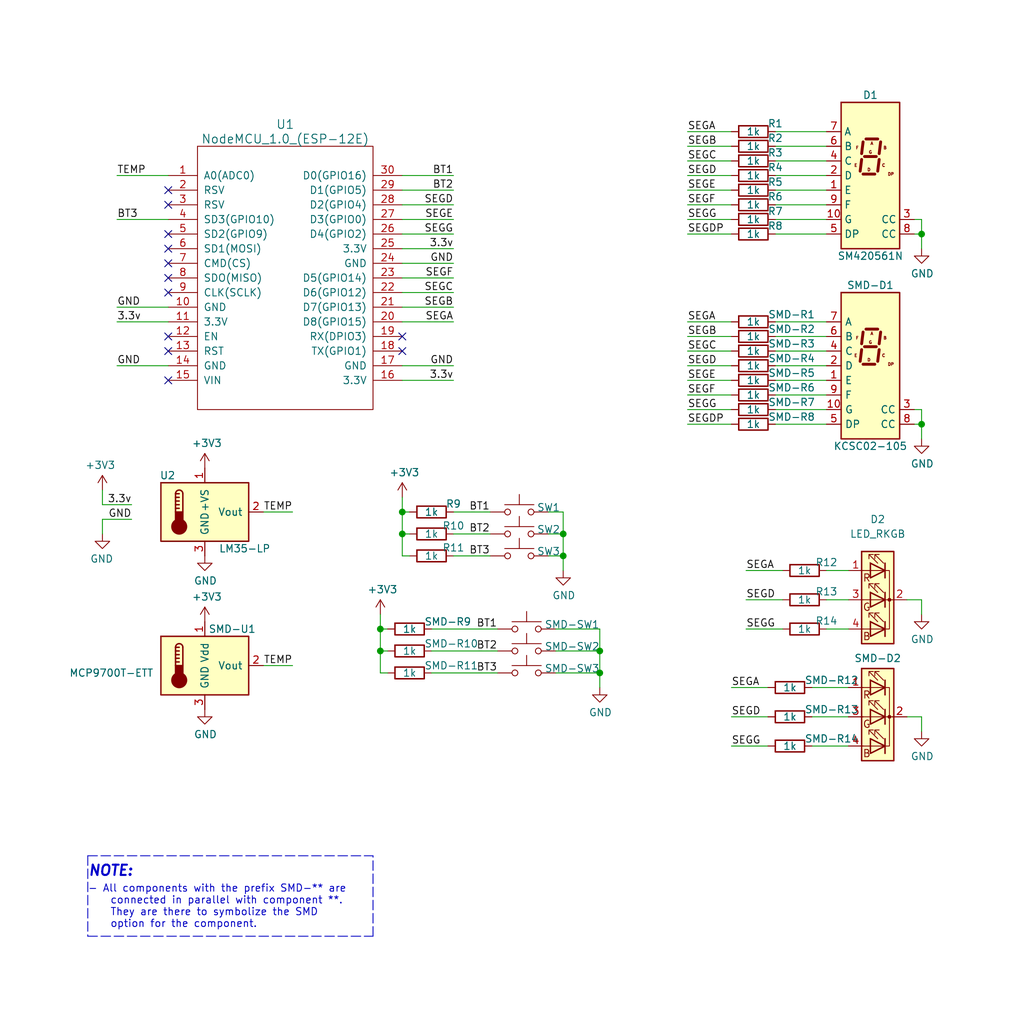
<source format=kicad_sch>
(kicad_sch (version 20210126) (generator eeschema)
  (paper "User" 177.8 177.8)
  (title_block (title "Basic NodeMCU Dev Board") (date "2021-03-09") (rev "1") (company "Electro707") (comment 1 "Jamal Bouajjaj"))
  (lib_symbols
    (symbol "Device:LED_RKGB" (pin_names (offset 0) hide)
      (property "Reference" "D" (at 0 9.398 0))
      (property "Value" "LED_RKGB" (at 0 -8.89 0))
      (symbol "LED_RKGB_0_0"
        (text "B" (at 1.905 -6.35 0) (effects (font (size 1.27 1.27))))
        (text "G" (at 1.905 -1.27 0) (effects (font (size 1.27 1.27))))
        (text "R" (at 1.905 3.81 0) (effects (font (size 1.27 1.27))))
      )
      (symbol "LED_RKGB_0_1"
        (circle (center -2.032 0) (radius 0.254) (fill (type outline)))
        (rectangle (start 1.27 -1.27) (end 1.27 1.27))
        (rectangle (start 1.27 1.27) (end 1.27 1.27))
        (rectangle (start 1.27 3.81) (end 1.27 6.35))
        (rectangle (start 1.27 6.35) (end 1.27 6.35))
        (rectangle (start 2.794 8.382) (end -2.794 -7.62) (stroke (width 0.254)) (fill (type background)))
        (polyline (pts (xy -1.27 -5.08) (xy 1.27 -5.08)))
        (polyline (pts (xy -1.27 -3.81) (xy -1.27 -6.35)) (stroke (width 0.254)))
        (polyline (pts (xy -1.27 0) (xy -2.54 0)))
        (polyline (pts (xy -1.27 1.27) (xy -1.27 -1.27)) (stroke (width 0.254)))
        (polyline (pts (xy -1.27 5.08) (xy 1.27 5.08)))
        (polyline (pts (xy -1.27 6.35) (xy -1.27 3.81)) (stroke (width 0.254)))
        (polyline (pts (xy 1.27 -5.08) (xy 2.54 -5.08)))
        (polyline (pts (xy 1.27 0) (xy -1.27 0)))
        (polyline (pts (xy 1.27 0) (xy 2.54 0)))
        (polyline (pts (xy 1.27 5.08) (xy 2.54 5.08)))
        (polyline (pts (xy -1.27 1.27) (xy -1.27 -1.27) (xy -1.27 -1.27)))
        (polyline (pts (xy -1.27 6.35) (xy -1.27 3.81) (xy -1.27 3.81)))
        (polyline (pts (xy -1.27 5.08) (xy -2.032 5.08) (xy -2.032 -5.08) (xy -1.016 -5.08)))
        (polyline (pts (xy 1.27 -3.81) (xy 1.27 -6.35) (xy -1.27 -5.08) (xy 1.27 -3.81)) (stroke (width 0.254)))
        (polyline (pts (xy 1.27 1.27) (xy 1.27 -1.27) (xy -1.27 0) (xy 1.27 1.27)) (stroke (width 0.254)))
        (polyline (pts (xy 1.27 6.35) (xy 1.27 3.81) (xy -1.27 5.08) (xy 1.27 6.35)) (stroke (width 0.254)))
        (polyline (pts (xy -1.016 -3.81) (xy 0.508 -2.286) (xy -0.254 -2.286) (xy 0.508 -2.286) (xy 0.508 -3.048)))
        (polyline (pts (xy -1.016 1.27) (xy 0.508 2.794) (xy -0.254 2.794) (xy 0.508 2.794) (xy 0.508 2.032)))
        (polyline (pts (xy -1.016 6.35) (xy 0.508 7.874) (xy -0.254 7.874) (xy 0.508 7.874) (xy 0.508 7.112)))
        (polyline (pts (xy 0 -3.81) (xy 1.524 -2.286) (xy 0.762 -2.286) (xy 1.524 -2.286) (xy 1.524 -3.048)))
        (polyline (pts (xy 0 1.27) (xy 1.524 2.794) (xy 0.762 2.794) (xy 1.524 2.794) (xy 1.524 2.032)))
        (polyline (pts (xy 0 6.35) (xy 1.524 7.874) (xy 0.762 7.874) (xy 1.524 7.874) (xy 1.524 7.112)))
      )
      (symbol "LED_RKGB_1_1"
        (pin passive line (at 5.08 5.08 180) (length 2.54) (name "RA") (number "1"))
        (pin passive line (at -5.08 0 0) (length 2.54) (name "K") (number "2"))
        (pin passive line (at 5.08 0 180) (length 2.54) (name "GA") (number "3"))
        (pin passive line (at 5.08 -5.08 180) (length 2.54) (name "BA") (number "4"))
      )
    )
    (symbol "Device:R" (pin_numbers hide) (pin_names (offset 0))
      (property "Reference" "R" (at 2.032 0 90))
      (property "Value" "R" (at 0 0 90))
      (symbol "R_0_1"
        (rectangle (start -1.016 -2.54) (end 1.016 2.54) (stroke (width 0.254)))
      )
      (symbol "R_1_1"
        (pin passive line (at 0 3.81 270) (length 1.27) (name "~") (number "1"))
        (pin passive line (at 0 -3.81 90) (length 1.27) (name "~") (number "2"))
      )
    )
    (symbol "Display_Character:KCSC02-105" (pin_names (offset 0.635))
      (property "Reference" "U" (at -2.54 13.97 0))
      (property "Value" "KCSC02-105" (at 1.27 13.97 0))
      (symbol "KCSC02-105_0_0"
        (text "A" (at 0.254 5.588 0) (effects (font (size 0.508 0.508))))
        (text "B" (at 2.54 4.826 0) (effects (font (size 0.508 0.508))))
        (text "C" (at 2.286 1.778 0) (effects (font (size 0.508 0.508))))
        (text "D" (at -0.254 1.016 0) (effects (font (size 0.508 0.508))))
        (text "DP" (at 3.556 0.254 0) (effects (font (size 0.508 0.508))))
        (text "E" (at -2.54 1.778 0) (effects (font (size 0.508 0.508))))
        (text "F" (at -2.286 4.826 0) (effects (font (size 0.508 0.508))))
        (text "G" (at 0 4.064 0) (effects (font (size 0.508 0.508))))
      )
      (symbol "KCSC02-105_0_1"
        (rectangle (start -5.08 12.7) (end 5.08 -12.7) (stroke (width 0.254)) (fill (type background)))
        (polyline (pts (xy -1.524 2.794) (xy -1.778 0.762)) (stroke (width 0.508)))
        (polyline (pts (xy -1.27 0.254) (xy 0.762 0.254)) (stroke (width 0.508)))
        (polyline (pts (xy -1.27 5.842) (xy -1.524 3.81)) (stroke (width 0.508)))
        (polyline (pts (xy -1.016 3.302) (xy 1.016 3.302)) (stroke (width 0.508)))
        (polyline (pts (xy -0.762 6.35) (xy 1.27 6.35)) (stroke (width 0.508)))
        (polyline (pts (xy 1.524 2.794) (xy 1.27 0.762)) (stroke (width 0.508)))
        (polyline (pts (xy 1.778 5.842) (xy 1.524 3.81)) (stroke (width 0.508)))
        (polyline (pts (xy 2.54 0.254) (xy 2.54 0.254)) (stroke (width 0.508)))
      )
      (symbol "KCSC02-105_1_1"
        (pin input line (at -7.62 -2.54 0) (length 2.54) (name "E") (number "1"))
        (pin input line (at -7.62 -7.62 0) (length 2.54) (name "G") (number "10"))
        (pin input line (at -7.62 0 0) (length 2.54) (name "D") (number "2"))
        (pin input line (at 7.62 -7.62 180) (length 2.54) (name "CC") (number "3"))
        (pin input line (at -7.62 2.54 0) (length 2.54) (name "C") (number "4"))
        (pin input line (at -7.62 -10.16 0) (length 2.54) (name "DP") (number "5"))
        (pin input line (at -7.62 5.08 0) (length 2.54) (name "B") (number "6"))
        (pin input line (at -7.62 7.62 0) (length 2.54) (name "A") (number "7"))
        (pin input line (at 7.62 -10.16 180) (length 2.54) (name "CC") (number "8"))
        (pin input line (at -7.62 -5.08 0) (length 2.54) (name "F") (number "9"))
      )
    )
    (symbol "Display_Character:SM420561N"
      (property "Reference" "U" (at -2.54 13.97 0))
      (property "Value" "SM420561N" (at 1.27 13.97 0))
      (symbol "SM420561N_0_0"
        (text "A" (at 0.254 5.588 0) (effects (font (size 0.508 0.508))))
        (text "B" (at 2.54 4.826 0) (effects (font (size 0.508 0.508))))
        (text "C" (at 2.286 1.778 0) (effects (font (size 0.508 0.508))))
        (text "D" (at -0.254 1.016 0) (effects (font (size 0.508 0.508))))
        (text "DP" (at 3.556 0.254 0) (effects (font (size 0.508 0.508))))
        (text "E" (at -2.54 1.778 0) (effects (font (size 0.508 0.508))))
        (text "F" (at -2.286 4.826 0) (effects (font (size 0.508 0.508))))
        (text "G" (at 0 4.064 0) (effects (font (size 0.508 0.508))))
      )
      (symbol "SM420561N_0_1"
        (rectangle (start -5.08 12.7) (end 5.08 -12.7) (stroke (width 0.254)) (fill (type background)))
        (polyline (pts (xy -1.524 2.794) (xy -1.778 0.762)) (stroke (width 0.508)))
        (polyline (pts (xy -1.27 0.254) (xy 0.762 0.254)) (stroke (width 0.508)))
        (polyline (pts (xy -1.27 5.842) (xy -1.524 3.81)) (stroke (width 0.508)))
        (polyline (pts (xy -1.016 3.302) (xy 1.016 3.302)) (stroke (width 0.508)))
        (polyline (pts (xy -0.762 6.35) (xy 1.27 6.35)) (stroke (width 0.508)))
        (polyline (pts (xy 1.524 2.794) (xy 1.27 0.762)) (stroke (width 0.508)))
        (polyline (pts (xy 1.778 5.842) (xy 1.524 3.81)) (stroke (width 0.508)))
        (polyline (pts (xy 2.54 0.254) (xy 2.54 0.254)) (stroke (width 0.508)))
      )
      (symbol "SM420561N_1_1"
        (pin input line (at -7.62 -2.54 0) (length 2.54) (name "E") (number "1"))
        (pin input line (at -7.62 -7.62 0) (length 2.54) (name "G") (number "10"))
        (pin input line (at -7.62 0 0) (length 2.54) (name "D") (number "2"))
        (pin input line (at 7.62 -7.62 180) (length 2.54) (name "CC") (number "3"))
        (pin input line (at -7.62 2.54 0) (length 2.54) (name "C") (number "4"))
        (pin input line (at -7.62 -10.16 0) (length 2.54) (name "DP") (number "5"))
        (pin input line (at -7.62 5.08 0) (length 2.54) (name "B") (number "6"))
        (pin input line (at -7.62 7.62 0) (length 2.54) (name "A") (number "7"))
        (pin input line (at 7.62 -10.16 180) (length 2.54) (name "CC") (number "8"))
        (pin input line (at -7.62 -5.08 0) (length 2.54) (name "F") (number "9"))
      )
    )
    (symbol "ESP8266:NodeMCU_1.0_(ESP-12E)" (pin_names (offset 1.016))
      (property "Reference" "U" (at 0 21.59 0))
      (property "Value" "NodeMCU_1.0_(ESP-12E)" (at 0 -21.59 0))
      (symbol "NodeMCU_1.0_(ESP-12E)_0_1"
        (rectangle (start -15.24 -22.86) (end 15.24 22.86))
      )
      (symbol "NodeMCU_1.0_(ESP-12E)_1_1"
        (pin input line (at -20.32 17.78 0) (length 5.08) (name "A0(ADC0)") (number "1"))
        (pin input line (at -20.32 -5.08 0) (length 5.08) (name "GND") (number "10"))
        (pin power_out line (at -20.32 -7.62 0) (length 5.08) (name "3.3V") (number "11"))
        (pin input line (at -20.32 -10.16 0) (length 5.08) (name "EN") (number "12"))
        (pin input line (at -20.32 -12.7 0) (length 5.08) (name "RST") (number "13"))
        (pin power_in line (at -20.32 -15.24 0) (length 5.08) (name "GND") (number "14"))
        (pin power_in line (at -20.32 -17.78 0) (length 5.08) (name "VIN") (number "15"))
        (pin power_out line (at 20.32 -17.78 180) (length 5.08) (name "3.3V") (number "16"))
        (pin power_in line (at 20.32 -15.24 180) (length 5.08) (name "GND") (number "17"))
        (pin bidirectional line (at 20.32 -12.7 180) (length 5.08) (name "TX(GPIO1)") (number "18"))
        (pin bidirectional line (at 20.32 -10.16 180) (length 5.08) (name "RX(DPIO3)") (number "19"))
        (pin input line (at -20.32 15.24 0) (length 5.08) (name "RSV") (number "2"))
        (pin bidirectional line (at 20.32 -7.62 180) (length 5.08) (name "D8(GPIO15)") (number "20"))
        (pin bidirectional line (at 20.32 -5.08 180) (length 5.08) (name "D7(GPIO13)") (number "21"))
        (pin bidirectional line (at 20.32 -2.54 180) (length 5.08) (name "D6(GPIO12)") (number "22"))
        (pin bidirectional line (at 20.32 0 180) (length 5.08) (name "D5(GPIO14)") (number "23"))
        (pin power_in line (at 20.32 2.54 180) (length 5.08) (name "GND") (number "24"))
        (pin power_out line (at 20.32 5.08 180) (length 5.08) (name "3.3V") (number "25"))
        (pin bidirectional line (at 20.32 7.62 180) (length 5.08) (name "D4(GPIO2)") (number "26"))
        (pin bidirectional line (at 20.32 10.16 180) (length 5.08) (name "D3(GPIO0)") (number "27"))
        (pin bidirectional line (at 20.32 12.7 180) (length 5.08) (name "D2(GPIO4)") (number "28"))
        (pin bidirectional line (at 20.32 15.24 180) (length 5.08) (name "D1(GPIO5)") (number "29"))
        (pin input line (at -20.32 12.7 0) (length 5.08) (name "RSV") (number "3"))
        (pin bidirectional line (at 20.32 17.78 180) (length 5.08) (name "D0(GPIO16)") (number "30"))
        (pin bidirectional line (at -20.32 10.16 0) (length 5.08) (name "SD3(GPIO10)") (number "4"))
        (pin bidirectional line (at -20.32 7.62 0) (length 5.08) (name "SD2(GPIO9)") (number "5"))
        (pin bidirectional line (at -20.32 5.08 0) (length 5.08) (name "SD1(MOSI)") (number "6"))
        (pin bidirectional line (at -20.32 2.54 0) (length 5.08) (name "CMD(CS)") (number "7"))
        (pin bidirectional line (at -20.32 0 0) (length 5.08) (name "SDO(MISO)") (number "8"))
        (pin bidirectional line (at -20.32 -2.54 0) (length 5.08) (name "CLK(SCLK)") (number "9"))
      )
    )
    (symbol "Sensor_Temperature:LM35-LP" (pin_names (offset 1.016))
      (property "Reference" "U" (at -6.35 6.35 0))
      (property "Value" "LM35-LP" (at 1.27 6.35 0))
      (symbol "LM35-LP_0_1"
        (arc (start -3.81 3.175) (end -5.08 3.175) (radius (at -4.445 3.175) (length 0.635) (angles 0.1 179.9)) (stroke (width 0.254)))
        (circle (center -4.445 -2.54) (radius 1.27) (stroke (width 0.254)) (fill (type outline)))
        (rectangle (start -3.81 -1.905) (end -5.08 0) (stroke (width 0.254)) (fill (type outline)))
        (rectangle (start -7.62 5.08) (end 7.62 -5.08) (stroke (width 0.254)) (fill (type background)))
        (polyline (pts (xy -5.08 0.635) (xy -4.445 0.635)) (stroke (width 0.254)))
        (polyline (pts (xy -5.08 1.27) (xy -4.445 1.27)) (stroke (width 0.254)))
        (polyline (pts (xy -5.08 1.905) (xy -4.445 1.905)) (stroke (width 0.254)))
        (polyline (pts (xy -5.08 2.54) (xy -4.445 2.54)) (stroke (width 0.254)))
        (polyline (pts (xy -5.08 3.175) (xy -5.08 0)) (stroke (width 0.254)))
        (polyline (pts (xy -5.08 3.175) (xy -4.445 3.175)) (stroke (width 0.254)))
        (polyline (pts (xy -3.81 3.175) (xy -3.81 0)) (stroke (width 0.254)))
      )
      (symbol "LM35-LP_1_1"
        (pin power_in line (at 0 7.62 270) (length 2.54) (name "+VS") (number "1"))
        (pin output line (at 10.16 0 180) (length 2.54) (name "Vout") (number "2"))
        (pin power_in line (at 0 -7.62 90) (length 2.54) (name "GND") (number "3"))
      )
    )
    (symbol "Sensor_Temperature:MCP9700T-ETT" (pin_names (offset 1.016))
      (property "Reference" "U" (at -6.35 6.35 0))
      (property "Value" "MCP9700T-ETT" (at 1.27 6.35 0))
      (symbol "MCP9700T-ETT_0_1"
        (arc (start -3.81 3.175) (end -5.08 3.175) (radius (at -4.445 3.175) (length 0.635) (angles 0.1 179.9)) (stroke (width 0.254)))
        (circle (center -4.445 -2.54) (radius 1.27) (stroke (width 0.254)) (fill (type outline)))
        (rectangle (start -3.81 -1.905) (end -5.08 0) (stroke (width 0.254)) (fill (type outline)))
        (rectangle (start -7.62 5.08) (end 7.62 -5.08) (stroke (width 0.254)) (fill (type background)))
        (polyline (pts (xy -5.08 0.635) (xy -4.445 0.635)) (stroke (width 0.254)))
        (polyline (pts (xy -5.08 1.27) (xy -4.445 1.27)) (stroke (width 0.254)))
        (polyline (pts (xy -5.08 1.905) (xy -4.445 1.905)) (stroke (width 0.254)))
        (polyline (pts (xy -5.08 2.54) (xy -4.445 2.54)) (stroke (width 0.254)))
        (polyline (pts (xy -5.08 3.175) (xy -5.08 0)) (stroke (width 0.254)))
        (polyline (pts (xy -5.08 3.175) (xy -4.445 3.175)) (stroke (width 0.254)))
        (polyline (pts (xy -3.81 3.175) (xy -3.81 0)) (stroke (width 0.254)))
      )
      (symbol "MCP9700T-ETT_1_1"
        (pin power_in line (at 0 7.62 270) (length 2.54) (name "Vdd") (number "1"))
        (pin output line (at 10.16 0 180) (length 2.54) (name "Vout") (number "2"))
        (pin power_in line (at 0 -7.62 90) (length 2.54) (name "GND") (number "3"))
      )
    )
    (symbol "Switch:SW_Push" (pin_numbers hide) (pin_names (offset 1.016) hide)
      (property "Reference" "SW" (at 1.27 2.54 0))
      (property "Value" "SW_Push" (at 0 -1.524 0))
      (symbol "SW_Push_0_1"
        (circle (center -2.032 0) (radius 0.508))
        (circle (center 2.032 0) (radius 0.508))
        (polyline (pts (xy 0 1.27) (xy 0 3.048)))
        (polyline (pts (xy 2.54 1.27) (xy -2.54 1.27)))
        (pin passive line (at -5.08 0 0) (length 2.54) (name "1") (number "1"))
        (pin passive line (at 5.08 0 180) (length 2.54) (name "2") (number "2"))
      )
    )
    (symbol "power:+3.3V" (power) (pin_names (offset 0))
      (property "Value" "+3.3V" (at 0 3.556 0))
      (symbol "+3.3V_0_1"
        (polyline (pts (xy -0.762 1.27) (xy 0 2.54)))
        (polyline (pts (xy 0 0) (xy 0 2.54)))
        (polyline (pts (xy 0 2.54) (xy 0.762 1.27)))
      )
      (symbol "+3.3V_1_1"
        (pin power_in line (at 0 0 90) (length 0) hide (name "+3V3") (number "1"))
      )
    )
    (symbol "power:GND" (power) (pin_names (offset 0))
      (property "Value" "GND" (at 0 -3.81 0))
      (symbol "GND_0_1"
        (polyline (pts (xy 0 0) (xy 0 -1.27) (xy 1.27 -1.27) (xy 0 -2.54) (xy -1.27 -1.27) (xy 0 -1.27)))
      )
      (symbol "GND_1_1"
        (pin power_in line (at 0 0 270) (length 0) hide (name "GND") (number "1"))
      )
    )
  )
  (junction (at 66.04 109.22) (diameter 1.016))
  (junction (at 66.04 113.03) (diameter 1.016))
  (junction (at 69.85 88.9) (diameter 1.016))
  (junction (at 69.85 92.71) (diameter 1.016))
  (junction (at 97.79 92.71) (diameter 1.016))
  (junction (at 97.79 96.52) (diameter 1.016))
  (junction (at 104.14 113.03) (diameter 1.016))
  (junction (at 104.14 116.84) (diameter 1.016))
  (junction (at 160.02 40.64) (diameter 1.016))
  (junction (at 160.02 73.66) (diameter 1.016))
  (no_connect (at 29.21 33.02))
  (no_connect (at 29.21 35.56))
  (no_connect (at 29.21 40.64))
  (no_connect (at 29.21 43.18))
  (no_connect (at 29.21 45.72))
  (no_connect (at 29.21 48.26))
  (no_connect (at 29.21 50.8))
  (no_connect (at 29.21 58.42))
  (no_connect (at 29.21 60.96))
  (no_connect (at 29.21 66.04))
  (no_connect (at 69.85 58.42))
  (no_connect (at 69.85 60.96))
  (wire (pts (xy 17.78 87.63) (xy 17.78 85.09)))
  (wire (pts (xy 17.78 90.17) (xy 17.78 92.71)))
  (wire (pts (xy 20.32 30.48) (xy 29.21 30.48)))
  (wire (pts (xy 20.32 38.1) (xy 29.21 38.1)))
  (wire (pts (xy 20.32 53.34) (xy 29.21 53.34)))
  (wire (pts (xy 20.32 55.88) (xy 29.21 55.88)))
  (wire (pts (xy 20.32 63.5) (xy 29.21 63.5)))
  (wire (pts (xy 22.86 87.63) (xy 17.78 87.63)))
  (wire (pts (xy 22.86 90.17) (xy 17.78 90.17)))
  (wire (pts (xy 45.72 88.9) (xy 50.8 88.9)))
  (wire (pts (xy 45.72 115.57) (xy 50.8 115.57)))
  (wire (pts (xy 66.04 106.68) (xy 66.04 109.22)))
  (wire (pts (xy 66.04 109.22) (xy 66.04 113.03)))
  (wire (pts (xy 66.04 109.22) (xy 67.31 109.22)))
  (wire (pts (xy 66.04 113.03) (xy 66.04 116.84)))
  (wire (pts (xy 66.04 113.03) (xy 67.31 113.03)))
  (wire (pts (xy 66.04 116.84) (xy 67.31 116.84)))
  (wire (pts (xy 69.85 86.36) (xy 69.85 88.9)))
  (wire (pts (xy 69.85 88.9) (xy 69.85 92.71)))
  (wire (pts (xy 69.85 88.9) (xy 71.12 88.9)))
  (wire (pts (xy 69.85 92.71) (xy 69.85 96.52)))
  (wire (pts (xy 69.85 92.71) (xy 71.12 92.71)))
  (wire (pts (xy 69.85 96.52) (xy 71.12 96.52)))
  (wire (pts (xy 74.93 113.03) (xy 86.36 113.03)))
  (wire (pts (xy 74.93 116.84) (xy 86.36 116.84)))
  (wire (pts (xy 78.74 30.48) (xy 69.85 30.48)))
  (wire (pts (xy 78.74 33.02) (xy 69.85 33.02)))
  (wire (pts (xy 78.74 35.56) (xy 69.85 35.56)))
  (wire (pts (xy 78.74 38.1) (xy 69.85 38.1)))
  (wire (pts (xy 78.74 40.64) (xy 69.85 40.64)))
  (wire (pts (xy 78.74 43.18) (xy 69.85 43.18)))
  (wire (pts (xy 78.74 45.72) (xy 69.85 45.72)))
  (wire (pts (xy 78.74 48.26) (xy 69.85 48.26)))
  (wire (pts (xy 78.74 50.8) (xy 69.85 50.8)))
  (wire (pts (xy 78.74 53.34) (xy 69.85 53.34)))
  (wire (pts (xy 78.74 55.88) (xy 69.85 55.88)))
  (wire (pts (xy 78.74 63.5) (xy 69.85 63.5)))
  (wire (pts (xy 78.74 66.04) (xy 69.85 66.04)))
  (wire (pts (xy 78.74 92.71) (xy 85.09 92.71)))
  (wire (pts (xy 78.74 96.52) (xy 85.09 96.52)))
  (wire (pts (xy 85.09 88.9) (xy 78.74 88.9)))
  (wire (pts (xy 86.36 109.22) (xy 74.93 109.22)))
  (wire (pts (xy 95.25 88.9) (xy 97.79 88.9)))
  (wire (pts (xy 95.25 92.71) (xy 97.79 92.71)))
  (wire (pts (xy 95.25 96.52) (xy 97.79 96.52)))
  (wire (pts (xy 96.52 109.22) (xy 104.14 109.22)))
  (wire (pts (xy 96.52 113.03) (xy 104.14 113.03)))
  (wire (pts (xy 96.52 116.84) (xy 104.14 116.84)))
  (wire (pts (xy 97.79 88.9) (xy 97.79 92.71)))
  (wire (pts (xy 97.79 92.71) (xy 97.79 96.52)))
  (wire (pts (xy 97.79 96.52) (xy 97.79 99.06)))
  (wire (pts (xy 104.14 109.22) (xy 104.14 113.03)))
  (wire (pts (xy 104.14 113.03) (xy 104.14 116.84)))
  (wire (pts (xy 104.14 116.84) (xy 104.14 119.38)))
  (wire (pts (xy 119.38 22.86) (xy 127 22.86)))
  (wire (pts (xy 119.38 25.4) (xy 127 25.4)))
  (wire (pts (xy 119.38 27.94) (xy 127 27.94)))
  (wire (pts (xy 119.38 30.48) (xy 127 30.48)))
  (wire (pts (xy 119.38 33.02) (xy 127 33.02)))
  (wire (pts (xy 119.38 35.56) (xy 127 35.56)))
  (wire (pts (xy 119.38 38.1) (xy 127 38.1)))
  (wire (pts (xy 119.38 40.64) (xy 127 40.64)))
  (wire (pts (xy 119.38 55.88) (xy 127 55.88)))
  (wire (pts (xy 119.38 58.42) (xy 127 58.42)))
  (wire (pts (xy 119.38 60.96) (xy 127 60.96)))
  (wire (pts (xy 119.38 63.5) (xy 127 63.5)))
  (wire (pts (xy 119.38 66.04) (xy 127 66.04)))
  (wire (pts (xy 119.38 68.58) (xy 127 68.58)))
  (wire (pts (xy 119.38 71.12) (xy 127 71.12)))
  (wire (pts (xy 119.38 73.66) (xy 127 73.66)))
  (wire (pts (xy 127 119.38) (xy 133.35 119.38)))
  (wire (pts (xy 127 124.46) (xy 133.35 124.46)))
  (wire (pts (xy 127 129.54) (xy 133.35 129.54)))
  (wire (pts (xy 129.54 99.06) (xy 135.89 99.06)))
  (wire (pts (xy 129.54 104.14) (xy 135.89 104.14)))
  (wire (pts (xy 129.54 109.22) (xy 135.89 109.22)))
  (wire (pts (xy 134.62 22.86) (xy 143.51 22.86)))
  (wire (pts (xy 134.62 25.4) (xy 143.51 25.4)))
  (wire (pts (xy 134.62 27.94) (xy 143.51 27.94)))
  (wire (pts (xy 134.62 30.48) (xy 143.51 30.48)))
  (wire (pts (xy 134.62 33.02) (xy 143.51 33.02)))
  (wire (pts (xy 134.62 35.56) (xy 143.51 35.56)))
  (wire (pts (xy 134.62 38.1) (xy 143.51 38.1)))
  (wire (pts (xy 134.62 40.64) (xy 143.51 40.64)))
  (wire (pts (xy 134.62 55.88) (xy 143.51 55.88)))
  (wire (pts (xy 134.62 58.42) (xy 143.51 58.42)))
  (wire (pts (xy 134.62 60.96) (xy 143.51 60.96)))
  (wire (pts (xy 134.62 63.5) (xy 143.51 63.5)))
  (wire (pts (xy 134.62 66.04) (xy 143.51 66.04)))
  (wire (pts (xy 134.62 68.58) (xy 143.51 68.58)))
  (wire (pts (xy 134.62 71.12) (xy 143.51 71.12)))
  (wire (pts (xy 134.62 73.66) (xy 143.51 73.66)))
  (wire (pts (xy 140.97 119.38) (xy 147.32 119.38)))
  (wire (pts (xy 140.97 124.46) (xy 147.32 124.46)))
  (wire (pts (xy 140.97 129.54) (xy 147.32 129.54)))
  (wire (pts (xy 143.51 99.06) (xy 147.32 99.06)))
  (wire (pts (xy 143.51 104.14) (xy 147.32 104.14)))
  (wire (pts (xy 143.51 109.22) (xy 147.32 109.22)))
  (wire (pts (xy 158.75 38.1) (xy 160.02 38.1)))
  (wire (pts (xy 158.75 71.12) (xy 160.02 71.12)))
  (wire (pts (xy 160.02 38.1) (xy 160.02 40.64)))
  (wire (pts (xy 160.02 40.64) (xy 158.75 40.64)))
  (wire (pts (xy 160.02 40.64) (xy 160.02 43.18)))
  (wire (pts (xy 160.02 71.12) (xy 160.02 73.66)))
  (wire (pts (xy 160.02 73.66) (xy 158.75 73.66)))
  (wire (pts (xy 160.02 73.66) (xy 160.02 76.2)))
  (wire (pts (xy 160.02 104.14) (xy 157.48 104.14)))
  (wire (pts (xy 160.02 106.68) (xy 160.02 104.14)))
  (wire (pts (xy 160.02 124.46) (xy 157.48 124.46)))
  (wire (pts (xy 160.02 127) (xy 160.02 124.46)))
  (polyline (pts (xy 15.24 148.59) (xy 15.24 162.56)) (stroke (width 0) (type dash)))
  (polyline (pts (xy 15.24 148.59) (xy 64.77 148.59)) (stroke (width 0) (type dash)))
  (polyline (pts (xy 15.24 162.56) (xy 64.77 162.56)) (stroke (width 0) (type dash)))
  (polyline (pts (xy 64.77 162.56) (xy 64.77 148.59)) (stroke (width 0) (type dash)))
  (text "NOTE:" (at 15.24 152.4 0) (effects (font (size 1.778 1.778) (thickness 0.3556) bold italic) (justify left bottom)))
  (text "- All components with the prefix SMD-** are\n    connected in parallel with component **.\n    They are there to symbolize the SMD\n    option for the component." (at 15.24 161.29 0) (effects (font (size 1.27 1.27)) (justify left bottom)))
  (label "TEMP" (at 20.32 30.48 0))
  (label "BT3" (at 20.32 38.1 0))
  (label "GND" (at 20.32 53.34 0))
  (label "3.3v" (at 20.32 55.88 0))
  (label "GND" (at 20.32 63.5 0))
  (label "3.3v" (at 22.86 87.63 180))
  (label "GND" (at 22.86 90.17 180))
  (label "TEMP" (at 50.8 88.9 180))
  (label "TEMP" (at 50.8 115.57 180))
  (label "BT1" (at 78.74 30.48 180))
  (label "BT2" (at 78.74 33.02 180))
  (label "SEGD" (at 78.74 35.56 180))
  (label "SEGE" (at 78.74 38.1 180))
  (label "SEGG" (at 78.74 40.64 180))
  (label "3.3v" (at 78.74 43.18 180))
  (label "GND" (at 78.74 45.72 180))
  (label "SEGF" (at 78.74 48.26 180))
  (label "SEGC" (at 78.74 50.8 180))
  (label "SEGB" (at 78.74 53.34 180))
  (label "SEGA" (at 78.74 55.88 180))
  (label "GND" (at 78.74 63.5 180))
  (label "3.3v" (at 78.74 66.04 180))
  (label "BT1" (at 85.09 88.9 180))
  (label "BT2" (at 85.09 92.71 180))
  (label "BT3" (at 85.09 96.52 180))
  (label "BT1" (at 86.36 109.22 180))
  (label "BT2" (at 86.36 113.03 180))
  (label "BT3" (at 86.36 116.84 180))
  (label "SEGA" (at 119.38 22.86 0))
  (label "SEGB" (at 119.38 25.4 0))
  (label "SEGC" (at 119.38 27.94 0))
  (label "SEGD" (at 119.38 30.48 0))
  (label "SEGE" (at 119.38 33.02 0))
  (label "SEGF" (at 119.38 35.56 0))
  (label "SEGG" (at 119.38 38.1 0))
  (label "SEGDP" (at 119.38 40.64 0))
  (label "SEGA" (at 119.38 55.88 0))
  (label "SEGB" (at 119.38 58.42 0))
  (label "SEGC" (at 119.38 60.96 0))
  (label "SEGD" (at 119.38 63.5 0))
  (label "SEGE" (at 119.38 66.04 0))
  (label "SEGF" (at 119.38 68.58 0))
  (label "SEGG" (at 119.38 71.12 0))
  (label "SEGDP" (at 119.38 73.66 0))
  (label "SEGA" (at 127 119.38 0))
  (label "SEGD" (at 127 124.46 0))
  (label "SEGG" (at 127 129.54 0))
  (label "SEGA" (at 129.54 99.06 0))
  (label "SEGD" (at 129.54 104.14 0))
  (label "SEGG" (at 129.54 109.22 0))
  (symbol (lib_id "power:+3.3V") (at 17.78 85.09 0) (mirror y) (unit 1)
    (property "Reference" "#PWR04" (effects hide))
    (property "Value" "+3.3V" (at 17.4117 80.7656 0))
  )
  (symbol (lib_id "power:+3.3V") (at 35.56 81.28 0) (unit 1)
    (property "Reference" "#PWR03" (effects hide))
    (property "Value" "+3.3V" (at 35.9283 76.9556 0))
  )
  (symbol (lib_id "power:+3.3V") (at 35.56 107.95 0) (unit 1)
    (property "Reference" "#PWR011" (effects hide))
    (property "Value" "+3.3V" (at 35.9283 103.6256 0))
  )
  (symbol (lib_id "power:+3.3V") (at 66.04 106.68 0) (unit 1)
    (property "Reference" "#PWR09" (effects hide))
    (property "Value" "+3.3V" (at 66.4083 102.3556 0))
  )
  (symbol (lib_id "power:+3.3V") (at 69.85 86.36 0) (unit 1)
    (property "Reference" "#PWR05" (effects hide))
    (property "Value" "+3.3V" (at 70.2183 82.0356 0))
  )
  (symbol (lib_id "power:GND") (at 17.78 92.71 0) (mirror y) (unit 1)
    (property "Reference" "#PWR06" (effects hide))
    (property "Value" "GND" (at 17.6657 97.0344 0))
  )
  (symbol (lib_id "power:GND") (at 35.56 96.52 0) (unit 1)
    (property "Reference" "#PWR07" (effects hide))
    (property "Value" "GND" (at 35.6743 100.8444 0))
  )
  (symbol (lib_id "power:GND") (at 35.56 123.19 0) (unit 1)
    (property "Reference" "#PWR013" (effects hide))
    (property "Value" "GND" (at 35.6743 127.5144 0))
  )
  (symbol (lib_id "power:GND") (at 97.79 99.06 0) (unit 1)
    (property "Reference" "#PWR08" (effects hide))
    (property "Value" "GND" (at 97.9043 103.3844 0))
  )
  (symbol (lib_id "power:GND") (at 104.14 119.38 0) (unit 1)
    (property "Reference" "#PWR012" (effects hide))
    (property "Value" "GND" (at 104.2543 123.7044 0))
  )
  (symbol (lib_id "power:GND") (at 160.02 43.18 0) (unit 1)
    (property "Reference" "#PWR01" (effects hide))
    (property "Value" "GND" (at 160.1343 47.5044 0))
  )
  (symbol (lib_id "power:GND") (at 160.02 76.2 0) (unit 1)
    (property "Reference" "#PWR02" (effects hide))
    (property "Value" "GND" (at 160.1343 80.5244 0))
  )
  (symbol (lib_id "power:GND") (at 160.02 106.68 0) (unit 1)
    (property "Reference" "#PWR010" (effects hide))
    (property "Value" "GND" (at 160.1343 111.0044 0))
  )
  (symbol (lib_id "power:GND") (at 160.02 127 0) (unit 1)
    (property "Reference" "#PWR014" (effects hide))
    (property "Value" "GND" (at 160.1343 131.3244 0))
  )
  (symbol (lib_id "Device:R") (at 71.12 109.22 90) (unit 1)
    (property "Reference" "SMD-R9" (at 73.66 107.95 90) (effects (justify right)))
    (property "Value" "1k" (at 71.12 109.22 90))
    (property "Footprint" "Resistor_SMD:R_1206_3216Metric_Pad1.30x1.75mm_HandSolder" (effects hide))
  )
  (symbol (lib_id "Device:R") (at 71.12 113.03 90) (unit 1)
    (property "Reference" "SMD-R10" (at 73.66 111.76 90) (effects (justify right)))
    (property "Value" "1k" (at 71.12 113.03 90))
    (property "Footprint" "Resistor_SMD:R_1206_3216Metric_Pad1.30x1.75mm_HandSolder" (effects hide))
  )
  (symbol (lib_id "Device:R") (at 71.12 116.84 90) (unit 1)
    (property "Reference" "SMD-R11" (at 73.66 115.57 90) (effects (justify right)))
    (property "Value" "1k" (at 71.12 116.84 90))
    (property "Footprint" "Resistor_SMD:R_1206_3216Metric_Pad1.30x1.75mm_HandSolder" (effects hide))
  )
  (symbol (lib_id "Device:R") (at 74.93 88.9 90) (unit 1)
    (property "Reference" "R9" (at 78.74 87.4838 90))
    (property "Value" "1k" (at 74.93 88.9 90))
    (property "Footprint" "Resistor_THT:R_Axial_DIN0207_L6.3mm_D2.5mm_P10.16mm_Horizontal" (effects hide))
  )
  (symbol (lib_id "Device:R") (at 74.93 92.71 90) (unit 1)
    (property "Reference" "R10" (at 78.74 91.2938 90))
    (property "Value" "1k" (at 74.93 92.71 90))
    (property "Footprint" "Resistor_THT:R_Axial_DIN0207_L6.3mm_D2.5mm_P10.16mm_Horizontal" (effects hide))
  )
  (symbol (lib_id "Device:R") (at 74.93 96.52 90) (unit 1)
    (property "Reference" "R11" (at 78.74 95.1038 90))
    (property "Value" "1k" (at 74.93 96.52 90))
    (property "Footprint" "Resistor_THT:R_Axial_DIN0207_L6.3mm_D2.5mm_P10.16mm_Horizontal" (effects hide))
  )
  (symbol (lib_id "Device:R") (at 130.81 22.86 90) (unit 1)
    (property "Reference" "R1" (at 134.62 21.4438 90))
    (property "Value" "1k" (at 130.81 22.86 90))
    (property "Footprint" "Resistor_THT:R_Axial_DIN0207_L6.3mm_D2.5mm_P7.62mm_Horizontal" (effects hide))
  )
  (symbol (lib_id "Device:R") (at 130.81 25.4 90) (unit 1)
    (property "Reference" "R2" (at 134.62 23.9838 90))
    (property "Value" "1k" (at 130.81 25.4 90))
    (property "Footprint" "Resistor_THT:R_Axial_DIN0207_L6.3mm_D2.5mm_P7.62mm_Horizontal" (effects hide))
  )
  (symbol (lib_id "Device:R") (at 130.81 27.94 90) (unit 1)
    (property "Reference" "R3" (at 134.62 26.5238 90))
    (property "Value" "1k" (at 130.81 27.94 90))
    (property "Footprint" "Resistor_THT:R_Axial_DIN0207_L6.3mm_D2.5mm_P7.62mm_Horizontal" (effects hide))
  )
  (symbol (lib_id "Device:R") (at 130.81 30.48 90) (unit 1)
    (property "Reference" "R4" (at 134.62 29.0638 90))
    (property "Value" "1k" (at 130.81 30.48 90))
    (property "Footprint" "Resistor_THT:R_Axial_DIN0207_L6.3mm_D2.5mm_P7.62mm_Horizontal" (effects hide))
  )
  (symbol (lib_id "Device:R") (at 130.81 33.02 90) (unit 1)
    (property "Reference" "R5" (at 134.62 31.6038 90))
    (property "Value" "1k" (at 130.81 33.02 90))
    (property "Footprint" "Resistor_THT:R_Axial_DIN0207_L6.3mm_D2.5mm_P7.62mm_Horizontal" (effects hide))
  )
  (symbol (lib_id "Device:R") (at 130.81 35.56 90) (unit 1)
    (property "Reference" "R6" (at 134.62 34.1438 90))
    (property "Value" "1k" (at 130.81 35.56 90))
    (property "Footprint" "Resistor_THT:R_Axial_DIN0207_L6.3mm_D2.5mm_P7.62mm_Horizontal" (effects hide))
  )
  (symbol (lib_id "Device:R") (at 130.81 38.1 90) (unit 1)
    (property "Reference" "R7" (at 134.62 36.6838 90))
    (property "Value" "1k" (at 130.81 38.1 90))
    (property "Footprint" "Resistor_THT:R_Axial_DIN0207_L6.3mm_D2.5mm_P7.62mm_Horizontal" (effects hide))
  )
  (symbol (lib_id "Device:R") (at 130.81 40.64 90) (unit 1)
    (property "Reference" "R8" (at 134.62 39.2238 90))
    (property "Value" "1k" (at 130.81 40.64 90))
    (property "Footprint" "Resistor_THT:R_Axial_DIN0207_L6.3mm_D2.5mm_P7.62mm_Horizontal" (effects hide))
  )
  (symbol (lib_id "Device:R") (at 130.81 55.88 90) (unit 1)
    (property "Reference" "SMD-R1" (at 133.35 54.61 90) (effects (justify right)))
    (property "Value" "1k" (at 130.81 55.88 90))
    (property "Footprint" "Resistor_SMD:R_1206_3216Metric_Pad1.30x1.75mm_HandSolder" (effects hide))
  )
  (symbol (lib_id "Device:R") (at 130.81 58.42 90) (unit 1)
    (property "Reference" "SMD-R2" (at 133.35 57.15 90) (effects (justify right)))
    (property "Value" "1k" (at 130.81 58.42 90))
    (property "Footprint" "Resistor_SMD:R_1206_3216Metric_Pad1.30x1.75mm_HandSolder" (effects hide))
  )
  (symbol (lib_id "Device:R") (at 130.81 60.96 90) (unit 1)
    (property "Reference" "SMD-R3" (at 133.35 59.69 90) (effects (justify right)))
    (property "Value" "1k" (at 130.81 60.96 90))
    (property "Footprint" "Resistor_SMD:R_1206_3216Metric_Pad1.30x1.75mm_HandSolder" (effects hide))
  )
  (symbol (lib_id "Device:R") (at 130.81 63.5 90) (unit 1)
    (property "Reference" "SMD-R4" (at 133.35 62.23 90) (effects (justify right)))
    (property "Value" "1k" (at 130.81 63.5 90))
    (property "Footprint" "Resistor_SMD:R_1206_3216Metric_Pad1.30x1.75mm_HandSolder" (effects hide))
  )
  (symbol (lib_id "Device:R") (at 130.81 66.04 90) (unit 1)
    (property "Reference" "SMD-R5" (at 133.35 64.77 90) (effects (justify right)))
    (property "Value" "1k" (at 130.81 66.04 90))
    (property "Footprint" "Resistor_SMD:R_1206_3216Metric_Pad1.30x1.75mm_HandSolder" (effects hide))
  )
  (symbol (lib_id "Device:R") (at 130.81 68.58 90) (unit 1)
    (property "Reference" "SMD-R6" (at 133.35 67.31 90) (effects (justify right)))
    (property "Value" "1k" (at 130.81 68.58 90))
    (property "Footprint" "Resistor_SMD:R_1206_3216Metric_Pad1.30x1.75mm_HandSolder" (effects hide))
  )
  (symbol (lib_id "Device:R") (at 130.81 71.12 90) (unit 1)
    (property "Reference" "SMD-R7" (at 133.35 69.85 90) (effects (justify right)))
    (property "Value" "1k" (at 130.81 71.12 90))
    (property "Footprint" "Resistor_SMD:R_1206_3216Metric_Pad1.30x1.75mm_HandSolder" (effects hide))
  )
  (symbol (lib_id "Device:R") (at 130.81 73.66 90) (unit 1)
    (property "Reference" "SMD-R8" (at 133.35 72.39 90) (effects (justify right)))
    (property "Value" "1k" (at 130.81 73.66 90))
    (property "Footprint" "Resistor_SMD:R_1206_3216Metric_Pad1.30x1.75mm_HandSolder" (effects hide))
  )
  (symbol (lib_id "Device:R") (at 137.16 119.38 90) (unit 1)
    (property "Reference" "SMD-R12" (at 139.7 118.11 90) (effects (justify right)))
    (property "Value" "1k" (at 137.16 119.38 90))
    (property "Footprint" "Resistor_SMD:R_1206_3216Metric_Pad1.30x1.75mm_HandSolder" (effects hide))
  )
  (symbol (lib_id "Device:R") (at 137.16 124.46 90) (unit 1)
    (property "Reference" "SMD-R13" (at 139.7 123.19 90) (effects (justify right)))
    (property "Value" "1k" (at 137.16 124.46 90))
    (property "Footprint" "Resistor_SMD:R_1206_3216Metric_Pad1.30x1.75mm_HandSolder" (effects hide))
  )
  (symbol (lib_id "Device:R") (at 137.16 129.54 90) (unit 1)
    (property "Reference" "SMD-R14" (at 139.7 128.27 90) (effects (justify right)))
    (property "Value" "1k" (at 137.16 129.54 90))
    (property "Footprint" "Resistor_SMD:R_1206_3216Metric_Pad1.30x1.75mm_HandSolder" (effects hide))
  )
  (symbol (lib_id "Device:R") (at 139.7 99.06 90) (unit 1)
    (property "Reference" "R12" (at 143.51 97.6438 90))
    (property "Value" "1k" (at 139.7 99.06 90))
    (property "Footprint" "Resistor_THT:R_Axial_DIN0207_L6.3mm_D2.5mm_P7.62mm_Horizontal" (effects hide))
  )
  (symbol (lib_id "Device:R") (at 139.7 104.14 90) (unit 1)
    (property "Reference" "R13" (at 143.51 102.7238 90))
    (property "Value" "1k" (at 139.7 104.14 90))
    (property "Footprint" "Resistor_THT:R_Axial_DIN0207_L6.3mm_D2.5mm_P7.62mm_Horizontal" (effects hide))
  )
  (symbol (lib_id "Device:R") (at 139.7 109.22 90) (unit 1)
    (property "Reference" "R14" (at 143.51 107.8038 90))
    (property "Value" "1k" (at 139.7 109.22 90))
    (property "Footprint" "Resistor_THT:R_Axial_DIN0207_L6.3mm_D2.5mm_P7.62mm_Horizontal" (effects hide))
  )
  (symbol (lib_id "Switch:SW_Push") (at 90.17 88.9 0) (unit 1)
    (property "Reference" "SW1" (at 95.25 88.1126 0))
    (property "Value" "SW_Push" (effects hide))
    (property "Footprint" "Button_Switch_THT:SW_PUSH_6mm" (effects hide))
  )
  (symbol (lib_id "Switch:SW_Push") (at 90.17 92.71 0) (unit 1)
    (property "Reference" "SW2" (at 95.25 91.9226 0))
    (property "Value" "SW_Push" (effects hide))
    (property "Footprint" "Button_Switch_THT:SW_PUSH_6mm" (effects hide))
  )
  (symbol (lib_id "Switch:SW_Push") (at 90.17 96.52 0) (unit 1)
    (property "Reference" "SW3" (at 95.25 95.7326 0))
    (property "Value" "SW_Push" (effects hide))
    (property "Footprint" "Button_Switch_THT:SW_PUSH_6mm" (effects hide))
  )
  (symbol (lib_id "Switch:SW_Push") (at 91.44 109.22 0) (unit 1)
    (property "Reference" "SMD-SW1" (at 104.14 108.4326 0) (effects (justify right)))
    (property "Value" "SW_Push" (effects hide))
    (property "Footprint" "Button_Switch_SMD:SW_Push_1P1T_NO_6x6mm_H9.5mm" (effects hide))
  )
  (symbol (lib_id "Switch:SW_Push") (at 91.44 113.03 0) (unit 1)
    (property "Reference" "SMD-SW2" (at 104.14 112.2426 0) (effects (justify right)))
    (property "Value" "SW_Push" (effects hide))
    (property "Footprint" "Button_Switch_SMD:SW_Push_1P1T_NO_6x6mm_H9.5mm" (effects hide))
  )
  (symbol (lib_id "Switch:SW_Push") (at 91.44 116.84 0) (unit 1)
    (property "Reference" "SMD-SW3" (at 104.14 116.0526 0) (effects (justify right)))
    (property "Value" "SW_Push" (effects hide))
    (property "Footprint" "Button_Switch_SMD:SW_Push_1P1T_NO_6x6mm_H9.5mm" (effects hide))
  )
  (symbol (lib_id "Device:LED_RKGB") (at 152.4 104.14 0) (mirror y) (unit 1)
    (property "Reference" "D2" (at 152.4 90.17 0))
    (property "Value" "LED_RKGB" (at 152.4 92.71 0))
    (property "Footprint" "LED_THT:LED_D5.0mm-4_RGB_Staggered_Pins" (effects hide))
  )
  (symbol (lib_id "Device:LED_RKGB") (at 152.4 124.46 0) (mirror y) (unit 1)
    (property "Reference" "SMD-D2" (at 152.4 114.3 0))
    (property "Value" "LED_RKGB" (effects hide))
    (property "Footprint" "LED_THT:LED_D5.0mm-4_RGB_Staggered_Pins" (effects hide))
  )
  (symbol (lib_id "Sensor_Temperature:LM35-LP") (at 35.56 88.9 0) (unit 1)
    (property "Reference" "U2" (at 30.48 82.55 0) (effects (justify right)))
    (property "Value" "LM35-LP" (at 46.99 95.25 0) (effects (justify right)))
    (property "Footprint" "Package_TO_SOT_THT:TO-92L_Wide" (effects hide))
    (property "Datasheet" "http://www.ti.com/lit/ds/symlink/lm35.pdf" (effects hide))
  )
  (symbol (lib_id "Sensor_Temperature:MCP9700T-ETT") (at 35.56 115.57 0) (unit 1)
    (property "Reference" "SMD-U1" (at 44.45 109.22 0) (effects (justify right)))
    (property "Value" "MCP9700T-ETT" (at 26.67 116.84 0) (effects (justify right)))
    (property "Footprint" "Package_TO_SOT_SMD:SOT-23" (effects hide))
    (property "Datasheet" "http://ww1.microchip.com/downloads/en/DeviceDoc/21942e.pdf" (effects hide))
  )
  (symbol (lib_id "Display_Character:SM420561N") (at 151.13 30.48 0) (unit 1)
    (property "Reference" "D1" (at 151.13 16.51 0))
    (property "Value" "SM420561N" (at 151.13 44.45 0))
    (property "Footprint" "Display_7Segment:7SegmentLED_LTS6760_LTS6780" (effects hide))
    (property "Datasheet" "https://datasheet.lcsc.com/szlcsc/Wuxi-ARK-Tech-Elec-SM420561N_C141367.pdf" (effects hide))
  )
  (symbol (lib_id "Display_Character:KCSC02-105") (at 151.13 63.5 0) (unit 1)
    (property "Reference" "SMD-D1" (at 151.13 49.53 0))
    (property "Value" "KCSC02-105" (at 151.13 77.47 0))
    (property "Footprint" "Display_7Segment:KCSC02-105" (effects hide))
    (property "Datasheet" "http://www.kingbright.com/attachments/file/psearch/000/00/00/KCSC02-105(Ver.9A).pdf" (effects hide))
  )
  (symbol (lib_id "ESP8266:NodeMCU_1.0_(ESP-12E)") (at 49.53 48.26 0) (unit 1)
    (property "Reference" "U1" (at 49.53 21.59 0) (effects (font (size 1.524 1.524))))
    (property "Value" "NodeMCU_1.0_(ESP-12E)" (at 49.53 24.13 0) (effects (font (size 1.524 1.524))))
    (property "Footprint" "NodeMCU:NodeMCU V2" (effects hide))
  )
)
</source>
